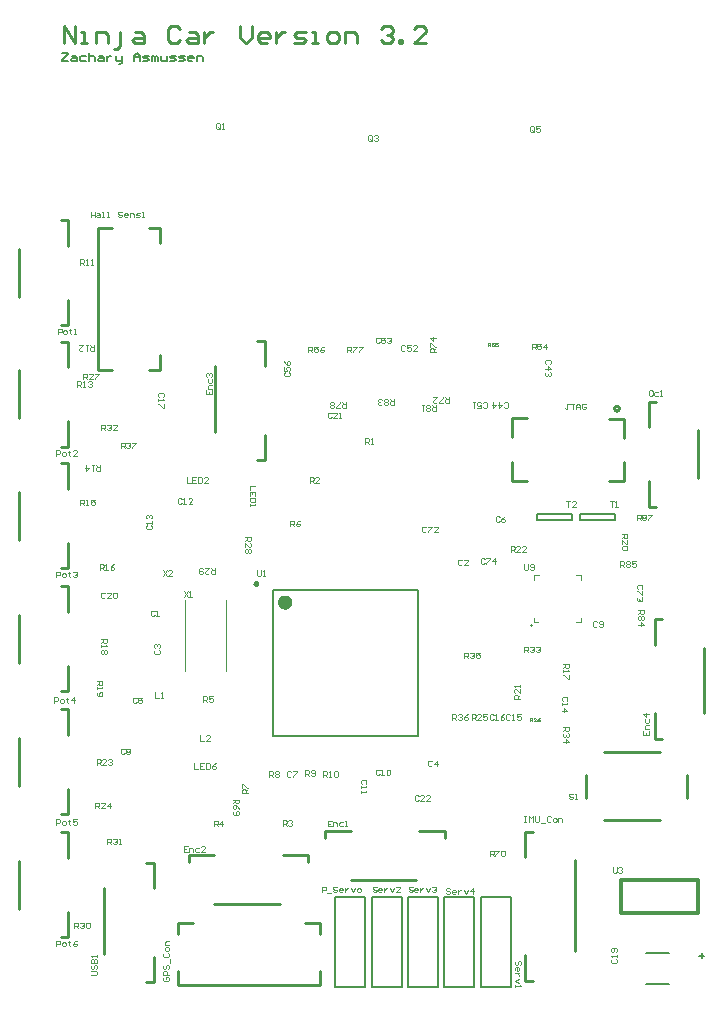
<source format=gto>
%FSTAX23Y23*%
%MOIN*%
%SFA1B1*%

%IPPOS*%
%ADD32C,0.011810*%
%ADD33C,0.009840*%
%ADD74C,0.023620*%
%ADD75C,0.010000*%
%ADD76C,0.003940*%
%ADD77C,0.007870*%
%ADD78C,0.005910*%
%ADD79C,0.005000*%
%LNninja_3_2_pcb-1*%
%LPD*%
G54D32*
X02028Y00367D02*
X02284D01*
X02028Y00255D02*
Y00367D01*
Y00255D02*
X02284D01*
Y00367*
G54D33*
X00815Y01353D02*
D01*
X00815Y01354*
X00815Y01354*
X00815Y01354*
X00815Y01355*
X00815Y01355*
X00815Y01355*
X00815Y01356*
X00814Y01356*
X00814Y01356*
X00814Y01356*
X00814Y01357*
X00814Y01357*
X00813Y01357*
X00813Y01357*
X00813Y01358*
X00812Y01358*
X00812Y01358*
X00812Y01358*
X00811Y01358*
X00811Y01358*
X00811Y01358*
X0081Y01358*
X0081*
X0081Y01358*
X00809Y01358*
X00809Y01358*
X00809Y01358*
X00808Y01358*
X00808Y01358*
X00808Y01358*
X00808Y01357*
X00807Y01357*
X00807Y01357*
X00807Y01357*
X00807Y01356*
X00806Y01356*
X00806Y01356*
X00806Y01356*
X00806Y01355*
X00806Y01355*
X00806Y01355*
X00805Y01354*
X00805Y01354*
X00805Y01354*
X00805Y01353*
X00805Y01353*
X00805Y01353*
X00805Y01352*
X00806Y01352*
X00806Y01352*
X00806Y01351*
X00806Y01351*
X00806Y01351*
X00806Y0135*
X00807Y0135*
X00807Y0135*
X00807Y0135*
X00807Y01349*
X00808Y01349*
X00808Y01349*
X00808Y01349*
X00808Y01349*
X00809Y01349*
X00809Y01349*
X00809Y01348*
X0081Y01348*
X0081Y01348*
X0081*
X00811Y01348*
X00811Y01348*
X00811Y01349*
X00812Y01349*
X00812Y01349*
X00812Y01349*
X00813Y01349*
X00813Y01349*
X00813Y01349*
X00814Y0135*
X00814Y0135*
X00814Y0135*
X00814Y0135*
X00814Y01351*
X00815Y01351*
X00815Y01351*
X00815Y01352*
X00815Y01352*
X00815Y01352*
X00815Y01353*
X00815Y01353*
X00815Y01353*
G54D74*
X00919Y01292D02*
D01*
X00919Y01293*
X00918Y01294*
X00918Y01295*
X00918Y01296*
X00918Y01296*
X00918Y01297*
X00917Y01298*
X00917Y01299*
X00916Y01299*
X00916Y013*
X00915Y013*
X00915Y01301*
X00914Y01302*
X00913Y01302*
X00913Y01302*
X00912Y01303*
X00911Y01303*
X0091Y01303*
X0091Y01304*
X00909Y01304*
X00908Y01304*
X00907Y01304*
X00906*
X00906Y01304*
X00905Y01304*
X00904Y01304*
X00903Y01303*
X00902Y01303*
X00902Y01303*
X00901Y01302*
X009Y01302*
X00899Y01302*
X00899Y01301*
X00898Y013*
X00898Y013*
X00897Y01299*
X00897Y01299*
X00896Y01298*
X00896Y01297*
X00896Y01296*
X00895Y01296*
X00895Y01295*
X00895Y01294*
X00895Y01293*
X00895Y01292*
X00895Y01291*
X00895Y01291*
X00895Y0129*
X00895Y01289*
X00896Y01288*
X00896Y01287*
X00896Y01287*
X00897Y01286*
X00897Y01285*
X00898Y01285*
X00898Y01284*
X00899Y01283*
X00899Y01283*
X009Y01282*
X00901Y01282*
X00902Y01282*
X00902Y01281*
X00903Y01281*
X00904Y01281*
X00905Y01281*
X00906Y01281*
X00906Y0128*
X00907*
X00908Y01281*
X00909Y01281*
X0091Y01281*
X0091Y01281*
X00911Y01281*
X00912Y01282*
X00913Y01282*
X00913Y01282*
X00914Y01283*
X00915Y01283*
X00915Y01284*
X00916Y01285*
X00916Y01285*
X00917Y01286*
X00917Y01287*
X00918Y01287*
X00918Y01288*
X00918Y01289*
X00918Y0129*
X00918Y01291*
X00919Y01291*
X00919Y01292*
G54D75*
X02021Y01939D02*
D01*
X02021Y01939*
X02021Y0194*
X02021Y0194*
X0202Y01941*
X0202Y01941*
X0202Y01942*
X0202Y01942*
X02019Y01943*
X02019Y01943*
X02019Y01944*
X02018Y01944*
X02018Y01945*
X02018Y01945*
X02017Y01945*
X02017Y01946*
X02016Y01946*
X02016Y01946*
X02015Y01946*
X02014Y01947*
X02014Y01947*
X02013Y01947*
X02013Y01947*
X02012*
X02012Y01947*
X02011Y01947*
X02011Y01947*
X0201Y01946*
X02009Y01946*
X02009Y01946*
X02008Y01946*
X02008Y01945*
X02007Y01945*
X02007Y01945*
X02007Y01944*
X02006Y01944*
X02006Y01943*
X02006Y01943*
X02005Y01942*
X02005Y01942*
X02005Y01941*
X02005Y01941*
X02004Y0194*
X02004Y0194*
X02004Y01939*
X02004Y01939*
X02004Y01938*
X02004Y01937*
X02004Y01937*
X02005Y01936*
X02005Y01936*
X02005Y01935*
X02005Y01935*
X02006Y01934*
X02006Y01934*
X02006Y01933*
X02007Y01933*
X02007Y01932*
X02007Y01932*
X02008Y01932*
X02008Y01931*
X02009Y01931*
X02009Y01931*
X0201Y01931*
X02011Y0193*
X02011Y0193*
X02012Y0193*
X02012Y0193*
X02013*
X02013Y0193*
X02014Y0193*
X02014Y0193*
X02015Y01931*
X02016Y01931*
X02016Y01931*
X02017Y01931*
X02017Y01932*
X02018Y01932*
X02018Y01932*
X02018Y01933*
X02019Y01933*
X02019Y01934*
X02019Y01934*
X0202Y01935*
X0202Y01935*
X0202Y01936*
X0202Y01936*
X02021Y01937*
X02021Y01937*
X02021Y01938*
X02021Y01939*
X01728Y01216D02*
X01728D01*
X0197Y00791D02*
X02157D01*
X02249Y0064D02*
Y00716D01*
X0197Y00565D02*
X02157D01*
X01911Y0064D02*
Y00715D01*
X01663Y01695D02*
X01713D01*
X01663D02*
Y01759D01*
Y01905D02*
X01713D01*
X01663Y01841D02*
Y01905D01*
X01989Y01695D02*
X02039D01*
Y01759*
Y01839D02*
Y01903D01*
X01989D02*
X02039D01*
X00185Y0248D02*
Y02565D01*
X0016D02*
X00185D01*
X0002Y0231D02*
Y0247D01*
X0016Y02215D02*
X00185D01*
Y023*
Y02075D02*
Y0216D01*
X0016D02*
X00185D01*
X0002Y01905D02*
Y02065D01*
X0016Y0181D02*
X00185D01*
Y01895*
Y0167D02*
Y01755D01*
X0016D02*
X00185D01*
X0002Y015D02*
Y0166D01*
X0016Y01405D02*
X00185D01*
Y0149*
Y0126D02*
Y01345D01*
X0016D02*
X00185D01*
X0002Y0109D02*
Y0125D01*
X0016Y00995D02*
X00185D01*
Y0108*
Y0085D02*
Y00935D01*
X0016D02*
X00185D01*
X0002Y0068D02*
Y0084D01*
X0016Y00585D02*
X00185D01*
Y0067*
Y0044D02*
Y00525D01*
X0016D02*
X00185D01*
X0002Y0027D02*
Y0043D01*
X0016Y00175D02*
X00185D01*
Y0026*
X0212Y0161D02*
Y01695D01*
Y0161D02*
X02145D01*
X02285Y01705D02*
Y01865D01*
X0212Y0196D02*
X02145D01*
X0212Y01875D02*
Y0196D01*
X00675Y0186D02*
Y02078D01*
X00815Y01765D02*
X0084D01*
Y0185*
X00815Y02164D02*
X0084D01*
Y02079D02*
Y02164D01*
X01127Y00365D02*
X01345D01*
X0144Y00505D02*
Y0053D01*
X01355D02*
X0144D01*
X01041Y00505D02*
Y0053D01*
X01126*
X02305Y00922D02*
Y0114D01*
X0214Y01235D02*
X02165D01*
X0214Y0115D02*
Y01235D01*
Y00836D02*
X02165D01*
X0214D02*
Y00921D01*
X00305Y0012D02*
Y00338D01*
X00445Y00025D02*
X0047D01*
Y0011*
X00445Y00424D02*
X0047D01*
Y00339D02*
Y00424D01*
X0049Y0249D02*
Y02538D01*
Y02065D02*
Y02115D01*
X00285Y0254D02*
X0033D01*
X00455D02*
X0049D01*
X00455Y02065D02*
X0049D01*
X00285D02*
X0033D01*
X00285D02*
Y0254D01*
X00551Y00221D02*
X006D01*
X00975D02*
X01025D01*
X0055Y00016D02*
Y00061D01*
Y00186D02*
Y00221D01*
X01025Y00186D02*
Y00221D01*
Y00016D02*
Y00061D01*
X0055Y00016D02*
X01025D01*
X01709Y0003D02*
Y00115D01*
Y0003D02*
X01734D01*
X01709Y00442D02*
Y00527D01*
X01734*
X01874Y00128D02*
Y00432D01*
X00672Y00285D02*
X0089D01*
X00985Y00425D02*
Y0045D01*
X009D02*
X00985D01*
X00586Y00425D02*
Y0045D01*
X00671*
X0017Y03155D02*
Y03214D01*
X00209Y03155*
Y03214*
X00229Y03155D02*
X00249D01*
X00239*
Y03194*
X00229*
X00279Y03155D02*
Y03194D01*
X00309*
X00319Y03184*
Y03155*
X00339Y03135D02*
X00349D01*
X00359Y03145*
Y03194*
X00409D02*
X00429D01*
X00439Y03184*
Y03155*
X00409*
X00399Y03165*
X00409Y03174*
X00439*
X00559Y03204D02*
X00549Y03214D01*
X00529*
X00519Y03204*
Y03165*
X00529Y03155*
X00549*
X00559Y03165*
X00589Y03194D02*
X00609D01*
X00619Y03184*
Y03155*
X00589*
X00579Y03165*
X00589Y03174*
X00619*
X00639Y03194D02*
Y03155D01*
Y03174*
X00649Y03184*
X00659Y03194*
X00669*
X00759Y03214D02*
Y03174D01*
X00779Y03155*
X00799Y03174*
Y03214*
X00849Y03155D02*
X00829D01*
X00819Y03165*
Y03184*
X00829Y03194*
X00849*
X00859Y03184*
Y03174*
X00819*
X00879Y03194D02*
Y03155D01*
Y03174*
X00889Y03184*
X00899Y03194*
X00909*
X00939Y03155D02*
X00969D01*
X00979Y03165*
X00969Y03174*
X00949*
X00939Y03184*
X00949Y03194*
X00979*
X00999Y03155D02*
X01019D01*
X01009*
Y03194*
X00999*
X01059Y03155D02*
X01079D01*
X01089Y03165*
Y03184*
X01079Y03194*
X01059*
X01049Y03184*
Y03165*
X01059Y03155*
X01109D02*
Y03194D01*
X01139*
X01149Y03184*
Y03155*
X01229Y03204D02*
X01239Y03214D01*
X01259*
X01269Y03204*
Y03194*
X01259Y03184*
X01249*
X01259*
X01269Y03174*
Y03165*
X01259Y03155*
X01239*
X01229Y03165*
X01289Y03155D02*
Y03165D01*
X01299*
Y03155*
X01289*
X01379D02*
X01339D01*
X01379Y03194*
Y03204*
X01369Y03214*
X01349*
X01339Y03204*
G54D76*
X00573Y01062D02*
Y01298D01*
X00711Y01061D02*
Y01298D01*
X01737Y01367D02*
Y01382D01*
X01753*
X01879D02*
X01895D01*
Y01366D02*
Y01382D01*
Y01225D02*
Y0124D01*
X01879Y01225D02*
X01895D01*
X01737D02*
Y0124D01*
X01737Y01225D02*
X01752D01*
X0208Y01565D02*
Y01584D01*
X02089*
X02093Y01581*
Y01574*
X02089Y01571*
X0208*
X02086D02*
X02093Y01565D01*
X02099Y01581D02*
X02102Y01584D01*
X02109*
X02112Y01581*
Y01578*
X02109Y01574*
X02112Y01571*
Y01568*
X02109Y01565*
X02102*
X02099Y01568*
Y01571*
X02102Y01574*
X02099Y01578*
Y01581*
X02102Y01574D02*
X02109D01*
X02119Y01584D02*
X02132D01*
Y01581*
X02119Y01568*
Y01565*
X0166Y0146D02*
Y01479D01*
X01669*
X01673Y01476*
Y01469*
X01669Y01466*
X0166*
X01666D02*
X01673Y0146D01*
X01692D02*
X01679D01*
X01692Y01473*
Y01476*
X01689Y01479*
X01682*
X01679Y01476*
X01712Y0146D02*
X01699D01*
X01712Y01473*
Y01476*
X01709Y01479*
X01702*
X01699Y01476*
X0203Y0152D02*
X02049D01*
Y0151*
X02046Y01506*
X02039*
X02036Y0151*
Y0152*
Y01513D02*
X0203Y01506D01*
Y01487D02*
Y015D01*
X02043Y01487*
X02046*
X02049Y0149*
Y01497*
X02046Y015*
Y0148D02*
X02049Y01477D01*
Y0147*
X02046Y01467*
X02033*
X0203Y0147*
Y01477*
X02033Y0148*
X02046*
X005Y01399D02*
X00513Y0138D01*
Y01399D02*
X005Y0138D01*
X00532D02*
X00519D01*
X00532Y01393*
Y01396*
X00529Y01399*
X00522*
X00519Y01396*
X0057Y01329D02*
X00583Y0131D01*
Y01329D02*
X0057Y0131D01*
X00589D02*
X00596D01*
X00592*
Y01329*
X00589Y01326*
X01705Y01419D02*
Y01403D01*
X01708Y014*
X01714*
X01718Y01403*
Y01419*
X01724Y01403D02*
X01727Y014D01*
X01734*
X01737Y01403*
Y01416*
X01734Y01419*
X01727*
X01724Y01416*
Y01413*
X01727Y01409*
X01737*
X02Y00409D02*
Y00393D01*
X02003Y0039*
X02009*
X02013Y00393*
Y00409*
X02019Y00406D02*
X02022Y00409D01*
X02029*
X02032Y00406*
Y00403*
X02029Y00399*
X02026*
X02029*
X02032Y00396*
Y00393*
X02029Y0039*
X02022*
X02019Y00393*
X00815Y01399D02*
Y01383D01*
X00818Y0138*
X00824*
X00828Y01383*
Y01399*
X00834Y0138D02*
X00841D01*
X00837*
Y01399*
X00834Y01396*
X01845Y01629D02*
X01858D01*
X01851*
Y0161*
X01877D02*
X01864D01*
X01877Y01623*
Y01626*
X01874Y01629*
X01867*
X01864Y01626*
X0199Y01629D02*
X02003D01*
X01996*
Y0161*
X02009D02*
X02016D01*
X02012*
Y01629*
X02009Y01626*
X01868Y00651D02*
X01864Y00654D01*
X01858*
X01855Y00651*
Y00648*
X01858Y00644*
X01864*
X01868Y00641*
Y00638*
X01864Y00635*
X01858*
X01855Y00638*
X01874Y00635D02*
X01881D01*
X01877*
Y00654*
X01874Y00651*
X02025Y0141D02*
Y01429D01*
X02034*
X02038Y01426*
Y01419*
X02034Y01416*
X02025*
X02031D02*
X02038Y0141D01*
X02044Y01426D02*
X02047Y01429D01*
X02054*
X02057Y01426*
Y01423*
X02054Y01419*
X02057Y01416*
Y01413*
X02054Y0141*
X02047*
X02044Y01413*
Y01416*
X02047Y01419*
X02044Y01423*
Y01426*
X02047Y01419D02*
X02054D01*
X02077Y01429D02*
X02064D01*
Y01419*
X0207Y01423*
X02074*
X02077Y01419*
Y01413*
X02074Y0141*
X02067*
X02064Y01413*
X02085Y01265D02*
X02104D01*
Y01255*
X02101Y01251*
X02094*
X02091Y01255*
Y01265*
Y01258D02*
X02085Y01251D01*
X02101Y01245D02*
X02104Y01242D01*
Y01235*
X02101Y01232*
X02098*
X02094Y01235*
X02091Y01232*
X02088*
X02085Y01235*
Y01242*
X02088Y01245*
X02091*
X02094Y01242*
X02098Y01245*
X02101*
X02094Y01242D02*
Y01235D01*
X02085Y01215D02*
X02104D01*
X02094Y01225*
Y01212*
X0127Y0197D02*
Y0195D01*
X0126*
X01256Y01953*
Y0196*
X0126Y01963*
X0127*
X01263D02*
X01256Y0197D01*
X0125Y01953D02*
X01247Y0195D01*
X0124*
X01237Y01953*
Y01956*
X0124Y0196*
X01237Y01963*
Y01966*
X0124Y0197*
X01247*
X0125Y01966*
Y01963*
X01247Y0196*
X0125Y01956*
Y01953*
X01247Y0196D02*
X0124D01*
X0123Y01953D02*
X01227Y0195D01*
X0122*
X01217Y01953*
Y01956*
X0122Y0196*
X01224*
X0122*
X01217Y01963*
Y01966*
X0122Y0197*
X01227*
X0123Y01966*
X0141Y0195D02*
Y0193D01*
X014*
X01396Y01933*
Y0194*
X014Y01943*
X0141*
X01403D02*
X01396Y0195D01*
X0139Y01933D02*
X01387Y0193D01*
X0138*
X01377Y01933*
Y01936*
X0138Y0194*
X01377Y01943*
Y01946*
X0138Y0195*
X01387*
X0139Y01946*
Y01943*
X01387Y0194*
X0139Y01936*
Y01933*
X01387Y0194D02*
X0138D01*
X0137Y0195D02*
X01364D01*
X01367*
Y0193*
X0137Y01933*
X0111Y0196D02*
Y0194D01*
X011*
X01096Y01943*
Y0195*
X011Y01953*
X0111*
X01103D02*
X01096Y0196D01*
X0109Y0194D02*
X01077D01*
Y01943*
X0109Y01956*
Y0196*
X0107Y01943D02*
X01067Y0194D01*
X0106*
X01057Y01943*
Y01946*
X0106Y0195*
X01057Y01953*
Y01956*
X0106Y0196*
X01067*
X0107Y01956*
Y01953*
X01067Y0195*
X0107Y01946*
Y01943*
X01067Y0195D02*
X0106D01*
X01115Y02125D02*
Y02144D01*
X01124*
X01128Y02141*
Y02134*
X01124Y02131*
X01115*
X01121D02*
X01128Y02125D01*
X01134Y02144D02*
X01147D01*
Y02141*
X01134Y02128*
Y02125*
X01154Y02144D02*
X01167D01*
Y02141*
X01154Y02128*
Y02125*
X0141D02*
X0139D01*
Y02134*
X01393Y02138*
X014*
X01403Y02134*
Y02125*
Y02131D02*
X0141Y02138D01*
X0139Y02144D02*
Y02157D01*
X01393*
X01406Y02144*
X0141*
Y02174D02*
X0139D01*
X014Y02164*
Y02177*
X01455Y01975D02*
Y01955D01*
X01445*
X01441Y01958*
Y01965*
X01445Y01968*
X01455*
X01448D02*
X01441Y01975D01*
X01435Y01955D02*
X01422D01*
Y01958*
X01435Y01971*
Y01975*
X01402D02*
X01415D01*
X01402Y01961*
Y01958*
X01405Y01955*
X01412*
X01415Y01958*
X0159Y00445D02*
Y00464D01*
X01599*
X01603Y00461*
Y00454*
X01599Y00451*
X0159*
X01596D02*
X01603Y00445D01*
X01609Y00464D02*
X01622D01*
Y00461*
X01609Y00448*
Y00445*
X01629Y00461D02*
X01632Y00464D01*
X01639*
X01642Y00461*
Y00448*
X01639Y00445*
X01632*
X01629Y00448*
Y00461*
X00735Y00634D02*
X00755D01*
Y00625*
X00751Y00621*
X00745*
X00742Y00625*
Y00634*
Y00628D02*
X00735Y00621D01*
X00755Y00602D02*
X00751Y00608D01*
X00745Y00615*
X00738*
X00735Y00611*
Y00605*
X00738Y00602*
X00742*
X00745Y00605*
Y00615*
X00738Y00595D02*
X00735Y00592D01*
Y00585*
X00738Y00582*
X00751*
X00755Y00585*
Y00592*
X00751Y00595*
X00748*
X00745Y00592*
Y00582*
X00985Y02125D02*
Y02144D01*
X00994*
X00998Y02141*
Y02134*
X00994Y02131*
X00985*
X00991D02*
X00998Y02125D01*
X01017Y02144D02*
X01004D01*
Y02134*
X01011Y02138*
X01014*
X01017Y02134*
Y02128*
X01014Y02125*
X01007*
X01004Y02128*
X01037Y02144D02*
X0103Y02141D01*
X01024Y02134*
Y02128*
X01027Y02125*
X01034*
X01037Y02128*
Y02131*
X01034Y02134*
X01024*
X01585Y02145D02*
Y02156D01*
X0159*
X01592Y02154*
Y0215*
X0159Y02148*
X01585*
X01588D02*
X01592Y02145D01*
X01604Y02156D02*
X01596D01*
Y0215*
X016Y02152*
X01602*
X01604Y0215*
Y02146*
X01602Y02145*
X01598*
X01596Y02146*
X01616Y02156D02*
X01608D01*
Y0215*
X01612Y02152*
X01614*
X01616Y0215*
Y02146*
X01614Y02145*
X0161*
X01608Y02146*
X0173Y02135D02*
Y02154D01*
X01739*
X01743Y02151*
Y02144*
X01739Y02141*
X0173*
X01736D02*
X01743Y02135D01*
X01762Y02154D02*
X01749D01*
Y02144*
X01756Y02148*
X01759*
X01762Y02144*
Y02138*
X01759Y02135*
X01752*
X01749Y02138*
X01779Y02135D02*
Y02154D01*
X01769Y02144*
X01782*
X0036Y01805D02*
Y01824D01*
X00369*
X00373Y01821*
Y01814*
X00369Y01811*
X0036*
X00366D02*
X00373Y01805D01*
X00379Y01821D02*
X00382Y01824D01*
X00389*
X00392Y01821*
Y01818*
X00389Y01814*
X00386*
X00389*
X00392Y01811*
Y01808*
X00389Y01805*
X00382*
X00379Y01808*
X00399Y01824D02*
X00412D01*
Y01821*
X00399Y01808*
Y01805*
X01465Y009D02*
Y00919D01*
X01474*
X01478Y00916*
Y00909*
X01474Y00906*
X01465*
X01471D02*
X01478Y009D01*
X01484Y00916D02*
X01487Y00919D01*
X01494*
X01497Y00916*
Y00913*
X01494Y00909*
X01491*
X01494*
X01497Y00906*
Y00903*
X01494Y009*
X01487*
X01484Y00903*
X01517Y00919D02*
X0151Y00916D01*
X01504Y00909*
Y00903*
X01507Y009*
X01514*
X01517Y00903*
Y00906*
X01514Y00909*
X01504*
X01505Y01105D02*
Y01124D01*
X01514*
X01518Y01121*
Y01114*
X01514Y01111*
X01505*
X01511D02*
X01518Y01105D01*
X01524Y01121D02*
X01527Y01124D01*
X01534*
X01537Y01121*
Y01118*
X01534Y01114*
X01531*
X01534*
X01537Y01111*
Y01108*
X01534Y01105*
X01527*
X01524Y01108*
X01557Y01124D02*
X01544D01*
Y01114*
X0155Y01118*
X01554*
X01557Y01114*
Y01108*
X01554Y01105*
X01547*
X01544Y01108*
X01835Y00875D02*
X01854D01*
Y00865*
X01851Y00861*
X01844*
X01841Y00865*
Y00875*
Y00868D02*
X01835Y00861D01*
X01851Y00855D02*
X01854Y00852D01*
Y00845*
X01851Y00842*
X01848*
X01844Y00845*
Y00848*
Y00845*
X01841Y00842*
X01838*
X01835Y00845*
Y00852*
X01838Y00855*
X01835Y00825D02*
X01854D01*
X01844Y00835*
Y00822*
X01705Y01125D02*
Y01144D01*
X01714*
X01718Y01141*
Y01134*
X01714Y01131*
X01705*
X01711D02*
X01718Y01125D01*
X01724Y01141D02*
X01727Y01144D01*
X01734*
X01737Y01141*
Y01138*
X01734Y01134*
X01731*
X01734*
X01737Y01131*
Y01128*
X01734Y01125*
X01727*
X01724Y01128*
X01744Y01141D02*
X01747Y01144D01*
X01754*
X01757Y01141*
Y01138*
X01754Y01134*
X0175*
X01754*
X01757Y01131*
Y01128*
X01754Y01125*
X01747*
X01744Y01128*
X00295Y01865D02*
Y01884D01*
X00304*
X00308Y01881*
Y01874*
X00304Y01871*
X00295*
X00301D02*
X00308Y01865D01*
X00314Y01881D02*
X00317Y01884D01*
X00324*
X00327Y01881*
Y01878*
X00324Y01874*
X00321*
X00324*
X00327Y01871*
Y01868*
X00324Y01865*
X00317*
X00314Y01868*
X00347Y01865D02*
X00334D01*
X00347Y01878*
Y01881*
X00344Y01884*
X00337*
X00334Y01881*
X00315Y00485D02*
Y00504D01*
X00324*
X00328Y00501*
Y00494*
X00324Y00491*
X00315*
X00321D02*
X00328Y00485D01*
X00334Y00501D02*
X00337Y00504D01*
X00344*
X00347Y00501*
Y00498*
X00344Y00494*
X00341*
X00344*
X00347Y00491*
Y00488*
X00344Y00485*
X00337*
X00334Y00488*
X00354Y00485D02*
X0036D01*
X00357*
Y00504*
X00354Y00501*
X00205Y00205D02*
Y00224D01*
X00214*
X00218Y00221*
Y00214*
X00214Y00211*
X00205*
X00211D02*
X00218Y00205D01*
X00224Y00221D02*
X00227Y00224D01*
X00234*
X00237Y00221*
Y00218*
X00234Y00214*
X00231*
X00234*
X00237Y00211*
Y00208*
X00234Y00205*
X00227*
X00224Y00208*
X00244Y00221D02*
X00247Y00224D01*
X00254*
X00257Y00221*
Y00208*
X00254Y00205*
X00247*
X00244Y00208*
Y00221*
X00675Y01405D02*
Y01385D01*
X00665*
X00661Y01388*
Y01395*
X00665Y01398*
X00675*
X00668D02*
X00661Y01405D01*
X00642D02*
X00655D01*
X00642Y01391*
Y01388*
X00645Y01385*
X00652*
X00655Y01388*
X00635Y01401D02*
X00632Y01405D01*
X00625*
X00622Y01401*
Y01388*
X00625Y01385*
X00632*
X00635Y01388*
Y01391*
X00632Y01395*
X00622*
X00775Y0151D02*
X00794D01*
Y015*
X00791Y01496*
X00784*
X00781Y015*
Y0151*
Y01503D02*
X00775Y01496D01*
Y01477D02*
Y0149D01*
X00788Y01477*
X00791*
X00794Y0148*
Y01487*
X00791Y0149*
Y0147D02*
X00794Y01467D01*
Y0146*
X00791Y01457*
X00788*
X00784Y0146*
X00781Y01457*
X00778*
X00775Y0146*
Y01467*
X00778Y0147*
X00781*
X00784Y01467*
X00788Y0147*
X00791*
X00784Y01467D02*
Y0146D01*
X00235Y02035D02*
Y02054D01*
X00244*
X00248Y02051*
Y02044*
X00244Y02041*
X00235*
X00241D02*
X00248Y02035D01*
X00267D02*
X00254D01*
X00267Y02048*
Y02051*
X00264Y02054*
X00257*
X00254Y02051*
X00274Y02054D02*
X00287D01*
Y02051*
X00274Y02038*
Y02035*
X01725Y00895D02*
Y00906D01*
X0173*
X01732Y00904*
Y009*
X0173Y00898*
X01725*
X01728D02*
X01732Y00895D01*
X01744D02*
X01736D01*
X01744Y00902*
Y00904*
X01742Y00906*
X01738*
X01736Y00904*
X01756Y00906D02*
X01752Y00904D01*
X01748Y009*
Y00896*
X0175Y00895*
X01754*
X01756Y00896*
Y00898*
X01754Y009*
X01748*
X0153Y009D02*
Y00919D01*
X01539*
X01543Y00916*
Y00909*
X01539Y00906*
X0153*
X01536D02*
X01543Y009D01*
X01562D02*
X01549D01*
X01562Y00913*
Y00916*
X01559Y00919*
X01552*
X01549Y00916*
X01582Y00919D02*
X01569D01*
Y00909*
X01575Y00913*
X01579*
X01582Y00909*
Y00903*
X01579Y009*
X01572*
X01569Y00903*
X00275Y00605D02*
Y00624D01*
X00284*
X00288Y00621*
Y00614*
X00284Y00611*
X00275*
X00281D02*
X00288Y00605D01*
X00307D02*
X00294D01*
X00307Y00618*
Y00621*
X00304Y00624*
X00297*
X00294Y00621*
X00324Y00605D02*
Y00624D01*
X00314Y00614*
X00327*
X0028Y0075D02*
Y00769D01*
X00289*
X00293Y00766*
Y00759*
X00289Y00756*
X0028*
X00286D02*
X00293Y0075D01*
X00312D02*
X00299D01*
X00312Y00763*
Y00766*
X00309Y00769*
X00302*
X00299Y00766*
X00319D02*
X00322Y00769D01*
X00329*
X00332Y00766*
Y00763*
X00329Y00759*
X00325*
X00329*
X00332Y00756*
Y00753*
X00329Y0075*
X00322*
X00319Y00753*
X0169Y0097D02*
X0167D01*
Y00979*
X01673Y00983*
X0168*
X01683Y00979*
Y0097*
Y00976D02*
X0169Y00983D01*
Y01002D02*
Y00989D01*
X01676Y01002*
X01673*
X0167Y00999*
Y00992*
X01673Y00989*
X0169Y01009D02*
Y01015D01*
Y01012*
X0167*
X01673Y01009*
X0028Y0103D02*
X00299D01*
Y0102*
X00296Y01016*
X00289*
X00286Y0102*
Y0103*
Y01023D02*
X0028Y01016D01*
Y0101D02*
Y01003D01*
Y01007*
X00299*
X00296Y0101*
X00283Y00993D02*
X0028Y0099D01*
Y00984*
X00283Y0098*
X00296*
X00299Y00984*
Y0099*
X00296Y00993*
X00293*
X00289Y0099*
Y0098*
X00295Y0117D02*
X00314D01*
Y0116*
X00311Y01156*
X00304*
X00301Y0116*
Y0117*
Y01163D02*
X00295Y01156D01*
Y0115D02*
Y01143D01*
Y01147*
X00314*
X00311Y0115*
Y01133D02*
X00314Y0113D01*
Y01124*
X00311Y0112*
X00308*
X00304Y01124*
X00301Y0112*
X00298*
X00295Y01124*
Y0113*
X00298Y01133*
X00301*
X00304Y0113*
X00308Y01133*
X00311*
X00304Y0113D02*
Y01124D01*
X01835Y01085D02*
X01854D01*
Y01075*
X01851Y01071*
X01844*
X01841Y01075*
Y01085*
Y01078D02*
X01835Y01071D01*
Y01065D02*
Y01058D01*
Y01062*
X01854*
X01851Y01065*
X01854Y01048D02*
Y01035D01*
X01851*
X01838Y01048*
X01835*
X0029Y014D02*
Y01419D01*
X00299*
X00303Y01416*
Y01409*
X00299Y01406*
X0029*
X00296D02*
X00303Y014D01*
X00309D02*
X00316D01*
X00312*
Y01419*
X00309Y01416*
X00339Y01419D02*
X00332Y01416D01*
X00326Y01409*
Y01403*
X00329Y014*
X00335*
X00339Y01403*
Y01406*
X00335Y01409*
X00326*
X00225Y01615D02*
Y01634D01*
X00234*
X00238Y01631*
Y01624*
X00234Y01621*
X00225*
X00231D02*
X00238Y01615D01*
X00244D02*
X00251D01*
X00247*
Y01634*
X00244Y01631*
X00274Y01634D02*
X00261D01*
Y01624*
X00267Y01628*
X0027*
X00274Y01624*
Y01618*
X0027Y01615*
X00264*
X00261Y01618*
X0029Y0175D02*
Y0173D01*
X0028*
X00276Y01733*
Y0174*
X0028Y01743*
X0029*
X00283D02*
X00276Y0175D01*
X0027D02*
X00263D01*
X00267*
Y0173*
X0027Y01733*
X00244Y0175D02*
Y0173D01*
X00253Y0174*
X0024*
X00215Y0201D02*
Y02029D01*
X00224*
X00228Y02026*
Y02019*
X00224Y02016*
X00215*
X00221D02*
X00228Y0201D01*
X00234D02*
X00241D01*
X00237*
Y02029*
X00234Y02026*
X00251D02*
X00254Y02029D01*
X0026*
X00264Y02026*
Y02023*
X0026Y02019*
X00257*
X0026*
X00264Y02016*
Y02013*
X0026Y0201*
X00254*
X00251Y02013*
X0027Y0215D02*
Y0213D01*
X0026*
X00256Y02133*
Y0214*
X0026Y02143*
X0027*
X00263D02*
X00256Y0215D01*
X0025D02*
X00243D01*
X00247*
Y0213*
X0025Y02133*
X0022Y0215D02*
X00233D01*
X0022Y02136*
Y02133*
X00224Y0213*
X0023*
X00233Y02133*
X00225Y02415D02*
Y02435D01*
X00234*
X00238Y02432*
Y02425*
X00234Y02422*
X00225*
X00231D02*
X00238Y02415D01*
X00244D02*
X00251D01*
X00247*
Y02435*
X00244Y02432*
X00261Y02415D02*
X00267D01*
X00264*
Y02435*
X00261Y02432*
X01035Y0071D02*
Y00729D01*
X01044*
X01048Y00726*
Y00719*
X01044Y00716*
X01035*
X01041D02*
X01048Y0071D01*
X01054D02*
X01061D01*
X01057*
Y00729*
X01054Y00726*
X01071D02*
X01074Y00729D01*
X0108*
X01084Y00726*
Y00713*
X0108Y0071*
X01074*
X01071Y00713*
Y00726*
X00975Y00712D02*
Y00731D01*
X00984*
X00988Y00728*
Y00721*
X00984Y00718*
X00975*
X00981D02*
X00988Y00712D01*
X00994Y00715D02*
X00997Y00712D01*
X01004*
X01007Y00715*
Y00728*
X01004Y00731*
X00997*
X00994Y00728*
Y00725*
X00997Y00721*
X01007*
X00855Y0071D02*
Y00729D01*
X00864*
X00868Y00726*
Y00719*
X00864Y00716*
X00855*
X00861D02*
X00868Y0071D01*
X00874Y00726D02*
X00877Y00729D01*
X00884*
X00887Y00726*
Y00723*
X00884Y00719*
X00887Y00716*
Y00713*
X00884Y0071*
X00877*
X00874Y00713*
Y00716*
X00877Y00719*
X00874Y00723*
Y00726*
X00877Y00719D02*
X00884D01*
X00784Y00655D02*
X00764D01*
Y00664*
X00767Y00668*
X00774*
X00777Y00664*
Y00655*
Y00661D02*
X00784Y00668D01*
X00764Y00674D02*
Y00687D01*
X00767*
X00781Y00674*
X00784*
X00925Y01545D02*
Y01564D01*
X00934*
X00938Y01561*
Y01554*
X00934Y01551*
X00925*
X00931D02*
X00938Y01545D01*
X00957Y01564D02*
X00951Y01561D01*
X00944Y01554*
Y01548*
X00947Y01545*
X00954*
X00957Y01548*
Y01551*
X00954Y01554*
X00944*
X00635Y0096D02*
Y00979D01*
X00644*
X00648Y00976*
Y00969*
X00644Y00966*
X00635*
X00641D02*
X00648Y0096D01*
X00667Y00979D02*
X00654D01*
Y00969*
X00661Y00973*
X00664*
X00667Y00969*
Y00963*
X00664Y0096*
X00657*
X00654Y00963*
X0067Y00545D02*
Y00564D01*
X00679*
X00683Y00561*
Y00554*
X00679Y00551*
X0067*
X00676D02*
X00683Y00545D01*
X00699D02*
Y00564D01*
X00689Y00554*
X00702*
X009Y00545D02*
Y00565D01*
X00909*
X00913Y00562*
Y00555*
X00909Y00552*
X009*
X00906D02*
X00913Y00545D01*
X00919Y00562D02*
X00922Y00565D01*
X00929*
X00932Y00562*
Y00558*
X00929Y00555*
X00926*
X00929*
X00932Y00552*
Y00548*
X00929Y00545*
X00922*
X00919Y00548*
X0099Y0169D02*
Y01709D01*
X00999*
X01003Y01706*
Y01699*
X00999Y01696*
X0099*
X00996D02*
X01003Y0169D01*
X01022D02*
X01009D01*
X01022Y01703*
Y01706*
X01019Y01709*
X01012*
X01009Y01706*
X01175Y0182D02*
Y01839D01*
X01184*
X01188Y01836*
Y01829*
X01184Y01826*
X01175*
X01181D02*
X01188Y0182D01*
X01194D02*
X01201D01*
X01197*
Y01839*
X01194Y01836*
X01738Y02863D02*
Y02876D01*
X01734Y02879*
X01728*
X01725Y02876*
Y02863*
X01728Y0286*
X01734*
X01731Y02866D02*
X01738Y0286D01*
X01734D02*
X01738Y02863D01*
X01757Y02879D02*
X01744D01*
Y02869*
X01751Y02873*
X01754*
X01757Y02869*
Y02863*
X01754Y0286*
X01747*
X01744Y02863*
X01198Y02833D02*
Y02846D01*
X01194Y02849*
X01188*
X01185Y02846*
Y02833*
X01188Y0283*
X01194*
X01191Y02836D02*
X01198Y0283D01*
X01194D02*
X01198Y02833D01*
X01204Y02846D02*
X01207Y02849D01*
X01214*
X01217Y02846*
Y02843*
X01214Y02839*
X01211*
X01214*
X01217Y02836*
Y02833*
X01214Y0283*
X01207*
X01204Y02833*
X00691Y02872D02*
Y02885D01*
X00687Y02888*
X00681*
X00678Y02885*
Y02872*
X00681Y02869*
X00687*
X00684Y02875D02*
X00691Y02869D01*
X00687D02*
X00691Y02872D01*
X00697Y02869D02*
X00704D01*
X007*
Y02888*
X00697Y02885*
X00605Y00756D02*
Y00737D01*
X00618*
X00637Y00756D02*
X00624D01*
Y00737*
X00637*
X00624Y00746D02*
X00631D01*
X00644Y00756D02*
Y00737D01*
X00654*
X00657Y0074*
Y00753*
X00654Y00756*
X00644*
X00677D02*
X0067Y00753D01*
X00664Y00746*
Y0074*
X00667Y00737*
X00673*
X00677Y0074*
Y00743*
X00673Y00746*
X00664*
X0058Y01709D02*
Y0169D01*
X00593*
X00612Y01709D02*
X00599D01*
Y0169*
X00612*
X00599Y01699D02*
X00606D01*
X00619Y01709D02*
Y0169D01*
X00629*
X00632Y01693*
Y01706*
X00629Y01709*
X00619*
X00652Y0169D02*
X00639D01*
X00652Y01703*
Y01706*
X00648Y01709*
X00642*
X00639Y01706*
X00809Y0168D02*
X0079D01*
Y01666*
X00809Y01647D02*
Y0166D01*
X0079*
Y01647*
X00799Y0166D02*
Y01653D01*
X00809Y0164D02*
X0079D01*
Y0163*
X00793Y01627*
X00806*
X00809Y0163*
Y0164*
X0079Y0162D02*
Y01614D01*
Y01617*
X00809*
X00806Y0162*
X00625Y00849D02*
Y0083D01*
X00638*
X00657D02*
X00644D01*
X00657Y00843*
Y00846*
X00654Y00849*
X00647*
X00644Y00846*
X00475Y00991D02*
Y00972D01*
X00488*
X00494D02*
X00501D01*
X00497*
Y00991*
X00494Y00988*
X01705Y00579D02*
X01711D01*
X01708*
Y0056*
X01705*
X01711*
X01721D02*
Y00579D01*
X01727Y00573*
X01734Y00579*
Y0056*
X01741Y00579D02*
Y00563D01*
X01744Y0056*
X0175*
X01754Y00563*
Y00579*
X0176Y00556D02*
X01773D01*
X01793Y00576D02*
X0179Y00579D01*
X01783*
X0178Y00576*
Y00563*
X01783Y0056*
X0179*
X01793Y00563*
X01803Y0056D02*
X01809D01*
X01813Y00563*
Y00569*
X01809Y00573*
X01803*
X018Y00569*
Y00563*
X01803Y0056*
X01819D02*
Y00573D01*
X01829*
X01832Y00569*
Y0056*
X00503Y00043D02*
X005Y00039D01*
Y00033*
X00503Y0003*
X00516*
X0052Y00033*
Y00039*
X00516Y00043*
X0051*
Y00036*
X0052Y00049D02*
X005D01*
Y00059*
X00503Y00062*
X0051*
X00513Y00059*
Y00049*
X00503Y00082D02*
X005Y00079D01*
Y00072*
X00503Y00069*
X00506*
X0051Y00072*
Y00079*
X00513Y00082*
X00516*
X0052Y00079*
Y00072*
X00516Y00069*
X00523Y00089D02*
Y00102D01*
X00503Y00121D02*
X005Y00118D01*
Y00111*
X00503Y00108*
X00516*
X0052Y00111*
Y00118*
X00516Y00121*
X0052Y00131D02*
Y00138D01*
X00516Y00141*
X0051*
X00506Y00138*
Y00131*
X0051Y00128*
X00516*
X0052Y00131*
Y00148D02*
X00506D01*
Y00157*
X0051Y00161*
X0052*
X0026Y0005D02*
X00276D01*
X0028Y00053*
Y00059*
X00276Y00063*
X0026*
X00263Y00082D02*
X0026Y00079D01*
Y00072*
X00263Y00069*
X00266*
X0027Y00072*
Y00079*
X00273Y00082*
X00276*
X0028Y00079*
Y00072*
X00276Y00069*
X0026Y00089D02*
X0028D01*
Y00099*
X00276Y00102*
X00273*
X0027Y00099*
Y00089*
Y00099*
X00266Y00102*
X00263*
X0026Y00099*
Y00089*
X0028Y00109D02*
Y00115D01*
Y00112*
X0026*
X00263Y00109*
X0026Y02594D02*
Y02575D01*
Y02584*
X00273*
Y02594*
Y02575*
X00282Y02588D02*
X00289D01*
X00292Y02584*
Y02575*
X00282*
X00279Y02578*
X00282Y02581*
X00292*
X00299Y02575D02*
X00305D01*
X00302*
Y02594*
X00299*
X00315Y02575D02*
X00322D01*
X00319*
Y02594*
X00315*
X00364Y02591D02*
X00361Y02594D01*
X00355*
X00351Y02591*
Y02588*
X00355Y02584*
X00361*
X00364Y02581*
Y02578*
X00361Y02575*
X00355*
X00351Y02578*
X00381Y02575D02*
X00374D01*
X00371Y02578*
Y02584*
X00374Y02588*
X00381*
X00384Y02584*
Y02581*
X00371*
X00391Y02575D02*
Y02588D01*
X00401*
X00404Y02584*
Y02575*
X0041D02*
X0042D01*
X00423Y02578*
X0042Y02581*
X00414*
X0041Y02584*
X00414Y02588*
X00423*
X0043Y02575D02*
X00437D01*
X00433*
Y02594*
X0043Y02591*
X02129Y01999D02*
X02123D01*
X0212Y01996*
Y01983*
X02123Y0198*
X02129*
X02133Y01983*
Y01996*
X02129Y01999*
X02152Y01993D02*
X02142D01*
X02139Y01989*
Y01983*
X02142Y0198*
X02152*
X02159D02*
X02165D01*
X02162*
Y01999*
X02159Y01996*
X00145Y00145D02*
Y00164D01*
X00154*
X00158Y00161*
Y00154*
X00154Y00151*
X00145*
X00167Y00145D02*
X00174D01*
X00177Y00148*
Y00154*
X00174Y00158*
X00167*
X00164Y00154*
Y00148*
X00167Y00145*
X00187Y00161D02*
Y00158D01*
X00184*
X0019*
X00187*
Y00148*
X0019Y00145*
X00213Y00164D02*
X00207Y00161D01*
X002Y00154*
Y00148*
X00204Y00145*
X0021*
X00213Y00148*
Y00151*
X0021Y00154*
X002*
X01458Y00336D02*
X01454Y00339D01*
X01448*
X01445Y00336*
Y00333*
X01448Y00329*
X01454*
X01458Y00326*
Y00323*
X01454Y0032*
X01448*
X01445Y00323*
X01474Y0032D02*
X01467D01*
X01464Y00323*
Y00329*
X01467Y00333*
X01474*
X01477Y00329*
Y00326*
X01464*
X01484Y00333D02*
Y0032D01*
Y00326*
X01487Y00329*
X0149Y00333*
X01494*
X01504D02*
X0151Y0032D01*
X01517Y00333*
X01533Y0032D02*
Y00339D01*
X01523Y00329*
X01536*
X01333Y00341D02*
X01329Y00344D01*
X01323*
X0132Y00341*
Y00338*
X01323Y00334*
X01329*
X01333Y00331*
Y00328*
X01329Y00325*
X01323*
X0132Y00328*
X01349Y00325D02*
X01342D01*
X01339Y00328*
Y00334*
X01342Y00338*
X01349*
X01352Y00334*
Y00331*
X01339*
X01359Y00338D02*
Y00325D01*
Y00331*
X01362Y00334*
X01365Y00338*
X01369*
X01379D02*
X01385Y00325D01*
X01392Y00338*
X01398Y00341D02*
X01401Y00344D01*
X01408*
X01411Y00341*
Y00338*
X01408Y00334*
X01405*
X01408*
X01411Y00331*
Y00328*
X01408Y00325*
X01401*
X01398Y00328*
X01213Y00341D02*
X01209Y00344D01*
X01203*
X012Y00341*
Y00338*
X01203Y00334*
X01209*
X01213Y00331*
Y00328*
X01209Y00325*
X01203*
X012Y00328*
X01229Y00325D02*
X01222D01*
X01219Y00328*
Y00334*
X01222Y00338*
X01229*
X01232Y00334*
Y00331*
X01219*
X01239Y00338D02*
Y00325D01*
Y00331*
X01242Y00334*
X01245Y00338*
X01249*
X01259D02*
X01265Y00325D01*
X01272Y00338*
X01291Y00325D02*
X01278D01*
X01291Y00338*
Y00341*
X01288Y00344*
X01281*
X01278Y00341*
X00145Y0055D02*
Y00569D01*
X00154*
X00158Y00566*
Y00559*
X00154Y00556*
X00145*
X00167Y0055D02*
X00174D01*
X00177Y00553*
Y00559*
X00174Y00563*
X00167*
X00164Y00559*
Y00553*
X00167Y0055*
X00187Y00566D02*
Y00563D01*
X00184*
X0019*
X00187*
Y00553*
X0019Y0055*
X00213Y00569D02*
X002D01*
Y00559*
X00207Y00563*
X0021*
X00213Y00559*
Y00553*
X0021Y0055*
X00204*
X002Y00553*
X021Y00863D02*
Y0085D01*
X0212*
Y00863*
X0211Y0085D02*
Y00856D01*
X0212Y00869D02*
X02106D01*
Y00879*
X0211Y00882*
X0212*
X02106Y00902D02*
Y00892D01*
X0211Y00889*
X02116*
X0212Y00892*
Y00902*
Y00918D02*
X021D01*
X0211Y00909*
Y00922*
X00138Y00956D02*
Y00975D01*
X00148*
X00151Y00972*
Y00966*
X00148Y00962*
X00138*
X00161Y00956D02*
X00168D01*
X00171Y00959*
Y00966*
X00168Y00969*
X00161*
X00158Y00966*
Y00959*
X00161Y00956*
X00181Y00972D02*
Y00969D01*
X00178*
X00184*
X00181*
Y00959*
X00184Y00956*
X00204D02*
Y00975D01*
X00194Y00966*
X00207*
X00145Y01375D02*
Y01394D01*
X00154*
X00158Y01391*
Y01384*
X00154Y01381*
X00145*
X00167Y01375D02*
X00174D01*
X00177Y01378*
Y01384*
X00174Y01388*
X00167*
X00164Y01384*
Y01378*
X00167Y01375*
X00187Y01391D02*
Y01388D01*
X00184*
X0019*
X00187*
Y01378*
X0019Y01375*
X002Y01391D02*
X00204Y01394D01*
X0021*
X00213Y01391*
Y01388*
X0021Y01384*
X00207*
X0021*
X00213Y01381*
Y01378*
X0021Y01375*
X00204*
X002Y01378*
X00145Y0178D02*
Y01799D01*
X00154*
X00158Y01796*
Y01789*
X00154Y01786*
X00145*
X00167Y0178D02*
X00174D01*
X00177Y01783*
Y01789*
X00174Y01793*
X00167*
X00164Y01789*
Y01783*
X00167Y0178*
X00187Y01796D02*
Y01793D01*
X00184*
X0019*
X00187*
Y01783*
X0019Y0178*
X00213D02*
X002D01*
X00213Y01793*
Y01796*
X0021Y01799*
X00204*
X002Y01796*
X0015Y02185D02*
Y02204D01*
X00159*
X00163Y02201*
Y02194*
X00159Y02191*
X0015*
X00172Y02185D02*
X00179D01*
X00182Y02188*
Y02194*
X00179Y02198*
X00172*
X00169Y02194*
Y02188*
X00172Y02185*
X00192Y02201D02*
Y02198D01*
X00189*
X00195*
X00192*
Y02188*
X00195Y02185*
X00205D02*
X00212D01*
X00209*
Y02204*
X00205Y02201*
X0103Y00325D02*
Y00344D01*
X01039*
X01043Y00341*
Y00334*
X01039Y00331*
X0103*
X01049Y00321D02*
X01062D01*
X01082Y00341D02*
X01079Y00344D01*
X01072*
X01069Y00341*
Y00338*
X01072Y00334*
X01079*
X01082Y00331*
Y00328*
X01079Y00325*
X01072*
X01069Y00328*
X01098Y00325D02*
X01092D01*
X01089Y00328*
Y00334*
X01092Y00338*
X01098*
X01102Y00334*
Y00331*
X01089*
X01108Y00338D02*
Y00325D01*
Y00331*
X01111Y00334*
X01115Y00338*
X01118*
X01128D02*
X01134Y00325D01*
X01141Y00338*
X01151Y00325D02*
X01157D01*
X01161Y00328*
Y00334*
X01157Y00338*
X01151*
X01148Y00334*
Y00328*
X01151Y00325*
X01691Y00081D02*
X01694Y00085D01*
Y00091*
X01691Y00095*
X01688*
X01684Y00091*
Y00085*
X01681Y00081*
X01678*
X01675Y00085*
Y00091*
X01678Y00095*
X01675Y00065D02*
Y00072D01*
X01678Y00075*
X01684*
X01688Y00072*
Y00065*
X01684Y00062*
X01681*
Y00075*
X01688Y00055D02*
X01675D01*
X01681*
X01684Y00052*
X01688Y00049*
Y00045*
Y00035D02*
X01675Y00029D01*
X01688Y00022*
X01675Y00016D02*
Y00009D01*
Y00013*
X01694*
X01691Y00016*
X01853Y01954D02*
X01846D01*
X01849*
Y01938*
X01846Y01935*
X01843*
X0184Y01938*
X01859Y01954D02*
X01872D01*
X01866*
Y01935*
X01879D02*
Y01948D01*
X01885Y01954*
X01892Y01948*
Y01935*
Y01944*
X01879*
X01912Y01951D02*
X01908Y01954D01*
X01902*
X01899Y01951*
Y01938*
X01902Y01935*
X01908*
X01912Y01938*
Y01944*
X01905*
X01063Y00564D02*
X0105D01*
Y00545*
X01063*
X0105Y00554D02*
X01056D01*
X01069Y00545D02*
Y00558D01*
X01079*
X01082Y00554*
Y00545*
X01102Y00558D02*
X01092D01*
X01089Y00554*
Y00548*
X01092Y00545*
X01102*
X01109D02*
X01115D01*
X01112*
Y00564*
X01109Y00561*
X00645Y01998D02*
Y01985D01*
X00665*
Y01998*
X00655Y01985D02*
Y01991D01*
X00665Y02004D02*
X00651D01*
Y02014*
X00655Y02017*
X00665*
X00651Y02037D02*
Y02027D01*
X00655Y02024*
X00661*
X00665Y02027*
Y02037*
X00648Y02044D02*
X00645Y02047D01*
Y02053*
X00648Y02057*
X00651*
X00655Y02053*
Y0205*
Y02053*
X00658Y02057*
X00661*
X00665Y02053*
Y02047*
X00661Y02044*
X01573Y01436D02*
X01569Y01439D01*
X01563*
X0156Y01436*
Y01423*
X01563Y0142*
X01569*
X01573Y01423*
X01579Y01439D02*
X01592D01*
Y01436*
X01579Y01423*
Y0142*
X01609D02*
Y01439D01*
X01599Y01429*
X01612*
X02096Y01336D02*
X02099Y0134D01*
Y01346*
X02096Y0135*
X02083*
X0208Y01346*
Y0134*
X02083Y01336*
X02099Y0133D02*
Y01317D01*
X02096*
X02083Y0133*
X0208*
X02096Y0131D02*
X02099Y01307D01*
Y013*
X02096Y01297*
X02093*
X02089Y013*
Y01304*
Y013*
X02086Y01297*
X02083*
X0208Y013*
Y01307*
X02083Y0131*
X01378Y01541D02*
X01374Y01544D01*
X01368*
X01365Y01541*
Y01528*
X01368Y01525*
X01374*
X01378Y01528*
X01384Y01544D02*
X01397D01*
Y01541*
X01384Y01528*
Y01525*
X01417D02*
X01404D01*
X01417Y01538*
Y01541*
X01414Y01544*
X01407*
X01404Y01541*
X00908Y02058D02*
X00905Y02054D01*
Y02048*
X00908Y02045*
X00921*
X00925Y02048*
Y02054*
X00921Y02058*
X00905Y02077D02*
Y02064D01*
X00915*
X00911Y02071*
Y02074*
X00915Y02077*
X00921*
X00925Y02074*
Y02067*
X00921Y02064*
X00905Y02097D02*
X00908Y0209D01*
X00915Y02084*
X00921*
X00925Y02087*
Y02094*
X00921Y02097*
X00918*
X00915Y02094*
Y02084*
X01223Y02171D02*
X01219Y02174D01*
X01213*
X0121Y02171*
Y02158*
X01213Y02155*
X01219*
X01223Y02158*
X01242Y02174D02*
X01229D01*
Y02164*
X01236Y02168*
X01239*
X01242Y02164*
Y02158*
X01239Y02155*
X01232*
X01229Y02158*
X01249Y02171D02*
X01252Y02174D01*
X01259*
X01262Y02171*
Y02168*
X01259Y02164*
X01255*
X01259*
X01262Y02161*
Y02158*
X01259Y02155*
X01252*
X01249Y02158*
X01308Y02146D02*
X01304Y02149D01*
X01298*
X01295Y02146*
Y02133*
X01298Y0213*
X01304*
X01308Y02133*
X01327Y02149D02*
X01314D01*
Y02139*
X01321Y02143*
X01324*
X01327Y02139*
Y02133*
X01324Y0213*
X01317*
X01314Y02133*
X01347Y0213D02*
X01334D01*
X01347Y02143*
Y02146*
X01344Y02149*
X01337*
X01334Y02146*
X01566Y01943D02*
X0157Y0194D01*
X01576*
X0158Y01943*
Y01956*
X01576Y0196*
X0157*
X01566Y01956*
X01547Y0194D02*
X0156D01*
Y0195*
X01553Y01946*
X0155*
X01547Y0195*
Y01956*
X0155Y0196*
X01557*
X0156Y01956*
X0154Y0196D02*
X01534D01*
X01537*
Y0194*
X0154Y01943*
X01636D02*
X0164Y0194D01*
X01646*
X0165Y01943*
Y01956*
X01646Y0196*
X0164*
X01636Y01956*
X0162Y0196D02*
Y0194D01*
X0163Y0195*
X01617*
X016Y0196D02*
Y0194D01*
X0161Y0195*
X01597*
X01791Y02086D02*
X01794Y0209D01*
Y02096*
X01791Y021*
X01778*
X01775Y02096*
Y0209*
X01778Y02086*
X01775Y0207D02*
X01794D01*
X01784Y0208*
Y02067*
X01791Y0206D02*
X01794Y02057D01*
Y0205*
X01791Y02047*
X01788*
X01784Y0205*
Y02054*
Y0205*
X01781Y02047*
X01778*
X01775Y0205*
Y02057*
X01778Y0206*
X01353Y00646D02*
X01349Y00649D01*
X01343*
X0134Y00646*
Y00633*
X01343Y0063*
X01349*
X01353Y00633*
X01372Y0063D02*
X01359D01*
X01372Y00643*
Y00646*
X01369Y00649*
X01362*
X01359Y00646*
X01392Y0063D02*
X01379D01*
X01392Y00643*
Y00646*
X01389Y00649*
X01382*
X01379Y00646*
X01063Y01921D02*
X01059Y01924D01*
X01053*
X0105Y01921*
Y01908*
X01053Y01905*
X01059*
X01063Y01908*
X01082Y01905D02*
X01069D01*
X01082Y01918*
Y01921*
X01079Y01924*
X01072*
X01069Y01921*
X01089Y01905D02*
X01095D01*
X01092*
Y01924*
X01089Y01921*
X00308Y01321D02*
X00304Y01324D01*
X00298*
X00295Y01321*
Y01308*
X00298Y01305*
X00304*
X00308Y01308*
X00327Y01305D02*
X00314D01*
X00327Y01318*
Y01321*
X00324Y01324*
X00317*
X00314Y01321*
X00334D02*
X00337Y01324D01*
X00344*
X00347Y01321*
Y01308*
X00344Y01305*
X00337*
X00334Y01308*
Y01321*
X01998Y00103D02*
X01995Y00099D01*
Y00093*
X01998Y0009*
X02011*
X02015Y00093*
Y00099*
X02011Y00103*
X02015Y00109D02*
Y00116D01*
Y00112*
X01995*
X01998Y00109*
X02011Y00126D02*
X02015Y00129D01*
Y00135*
X02011Y00139*
X01998*
X01995Y00135*
Y00129*
X01998Y00126*
X02001*
X02005Y00129*
Y00139*
X00501Y01976D02*
X00504Y0198D01*
Y01986*
X00501Y0199*
X00488*
X00485Y01986*
Y0198*
X00488Y01976*
X00485Y0197D02*
Y01963D01*
Y01967*
X00504*
X00501Y0197*
X00504Y01953D02*
Y0194D01*
X00501*
X00488Y01953*
X00485*
X01603Y00916D02*
X01599Y00919D01*
X01593*
X0159Y00916*
Y00903*
X01593Y009*
X01599*
X01603Y00903*
X01609Y009D02*
X01616D01*
X01612*
Y00919*
X01609Y00916*
X01639Y00919D02*
X01632Y00916D01*
X01626Y00909*
Y00903*
X01629Y009*
X01635*
X01639Y00903*
Y00906*
X01635Y00909*
X01626*
X01658Y00916D02*
X01654Y00919D01*
X01648*
X01645Y00916*
Y00903*
X01648Y009*
X01654*
X01658Y00903*
X01664Y009D02*
X01671D01*
X01667*
Y00919*
X01664Y00916*
X01694Y00919D02*
X01681D01*
Y00909*
X01687Y00913*
X0169*
X01694Y00909*
Y00903*
X0169Y009*
X01684*
X01681Y00903*
X01846Y00961D02*
X01849Y00965D01*
Y00971*
X01846Y00975*
X01833*
X0183Y00971*
Y00965*
X01833Y00961*
X0183Y00955D02*
Y00948D01*
Y00952*
X01849*
X01846Y00955*
X0183Y00929D02*
X01849D01*
X01839Y00938*
Y00925*
X00448Y01548D02*
X00445Y01544D01*
Y01538*
X00448Y01535*
X00461*
X00465Y01538*
Y01544*
X00461Y01548*
X00465Y01554D02*
Y01561D01*
Y01557*
X00445*
X00448Y01554*
Y01571D02*
X00445Y01574D01*
Y0158*
X00448Y01584*
X00451*
X00455Y0158*
Y01577*
Y0158*
X00458Y01584*
X00461*
X00465Y0158*
Y01574*
X00461Y01571*
X00563Y01636D02*
X00559Y01639D01*
X00553*
X0055Y01636*
Y01623*
X00553Y0162*
X00559*
X00563Y01623*
X00569Y0162D02*
X00576D01*
X00572*
Y01639*
X00569Y01636*
X00599Y0162D02*
X00586D01*
X00599Y01633*
Y01636*
X00595Y01639*
X00589*
X00586Y01636*
X01176Y00686D02*
X01179Y0069D01*
Y00696*
X01176Y007*
X01163*
X0116Y00696*
Y0069*
X01163Y00686*
X0116Y0068D02*
Y00673D01*
Y00677*
X01179*
X01176Y0068*
X0116Y00663D02*
Y00657D01*
Y0066*
X01179*
X01176Y00663*
X01223Y00731D02*
X01219Y00734D01*
X01213*
X0121Y00731*
Y00718*
X01213Y00715*
X01219*
X01223Y00718*
X01229Y00715D02*
X01236D01*
X01232*
Y00734*
X01229Y00731*
X01246D02*
X01249Y00734D01*
X01255*
X01259Y00731*
Y00718*
X01255Y00715*
X01249*
X01246Y00718*
Y00731*
X01948Y01226D02*
X01944Y01229D01*
X01938*
X01935Y01226*
Y01213*
X01938Y0121*
X01944*
X01948Y01213*
X01954D02*
X01957Y0121D01*
X01964*
X01967Y01213*
Y01226*
X01964Y01229*
X01957*
X01954Y01226*
Y01223*
X01957Y01219*
X01967*
X00373Y00801D02*
X00369Y00804D01*
X00363*
X0036Y00801*
Y00788*
X00363Y00785*
X00369*
X00373Y00788*
X00379Y00801D02*
X00382Y00804D01*
X00389*
X00392Y00801*
Y00798*
X00389Y00794*
X00392Y00791*
Y00788*
X00389Y00785*
X00382*
X00379Y00788*
Y00791*
X00382Y00794*
X00379Y00798*
Y00801*
X00382Y00794D02*
X00389D01*
X00928Y00726D02*
X00924Y00729D01*
X00918*
X00915Y00726*
Y00713*
X00918Y0071*
X00924*
X00928Y00713*
X00934Y00729D02*
X00947D01*
Y00726*
X00934Y00713*
Y0071*
X01623Y01576D02*
X01619Y01579D01*
X01613*
X0161Y01576*
Y01563*
X01613Y0156*
X01619*
X01623Y01563*
X01642Y01579D02*
X01636Y01576D01*
X01629Y01569*
Y01563*
X01632Y0156*
X01639*
X01642Y01563*
Y01566*
X01639Y01569*
X01629*
X00413Y00971D02*
X00409Y00974D01*
X00403*
X004Y00971*
Y00958*
X00403Y00955*
X00409*
X00413Y00958*
X00432Y00974D02*
X00419D01*
Y00964*
X00426Y00968*
X00429*
X00432Y00964*
Y00958*
X00429Y00955*
X00422*
X00419Y00958*
X01398Y00761D02*
X01394Y00764D01*
X01388*
X01385Y00761*
Y00748*
X01388Y00745*
X01394*
X01398Y00748*
X01414Y00745D02*
Y00764D01*
X01404Y00754*
X01417*
X00474Y01133D02*
X00471Y0113D01*
Y01123*
X00474Y0112*
X00487*
X00491Y01123*
Y0113*
X00487Y01133*
X00474Y0114D02*
X00471Y01143D01*
Y01149*
X00474Y01153*
X00478*
X00481Y01149*
Y01146*
Y01149*
X00484Y01153*
X00487*
X00491Y01149*
Y01143*
X00487Y0114*
X01498Y01431D02*
X01494Y01434D01*
X01488*
X01485Y01431*
Y01418*
X01488Y01415*
X01494*
X01498Y01418*
X01517Y01415D02*
X01504D01*
X01517Y01428*
Y01431*
X01514Y01434*
X01507*
X01504Y01431*
X00473Y01261D02*
X00469Y01264D01*
X00463*
X0046Y01261*
Y01248*
X00463Y01245*
X00469*
X00473Y01248*
X00479Y01245D02*
X00486D01*
X00482*
Y01264*
X00479Y01261*
X00583Y00479D02*
X0057D01*
Y0046*
X00583*
X0057Y00469D02*
X00576D01*
X00589Y0046D02*
Y00473D01*
X00599*
X00602Y00469*
Y0046*
X00622Y00473D02*
X00612D01*
X00609Y00469*
Y00463*
X00612Y0046*
X00622*
X00642D02*
X00629D01*
X00642Y00473*
Y00476*
X00638Y00479*
X00632*
X00629Y00476*
G54D77*
X00867Y00847D02*
X01352D01*
X00867Y01332D02*
X01352D01*
Y00847D02*
Y01332D01*
X00867Y00847D02*
Y01332D01*
X01746Y01585D02*
X01864D01*
X01746Y01565D02*
X01864D01*
Y01585*
X01746Y01565D02*
Y01585D01*
X01891D02*
X02009D01*
X01891Y01565D02*
X02009D01*
Y01585*
X01891Y01565D02*
Y01585D01*
X02111Y00121D02*
X02189D01*
X02111Y00018D02*
X02189D01*
X01175Y0001D02*
Y0031D01*
X01075D02*
X01175D01*
X01075Y0001D02*
Y0031D01*
Y0001D02*
X01175D01*
X01296D02*
Y0031D01*
X01196D02*
X01296D01*
X01196Y0001D02*
Y0031D01*
Y0001D02*
X01296D01*
X01417D02*
Y0031D01*
X01317D02*
X01417D01*
X01317Y0001D02*
Y0031D01*
Y0001D02*
X01417D01*
X01538D02*
Y0031D01*
X01438D02*
X01538D01*
X01438Y0001D02*
Y0031D01*
Y0001D02*
X01538D01*
X0166D02*
Y0031D01*
X0156D02*
X0166D01*
X0156Y0001D02*
Y0031D01*
Y0001D02*
X0166D01*
G54D78*
X02296Y00106D02*
Y00122D01*
X02288Y00114D02*
X02304D01*
G54D79*
X00165Y03124D02*
X00184D01*
Y03119*
X00165Y031*
Y03095*
X00184*
X00199Y03114D02*
X00209D01*
X00214Y03109*
Y03095*
X00199*
X00194Y031*
X00199Y03105*
X00214*
X00244Y03114D02*
X00229D01*
X00224Y03109*
Y031*
X00229Y03095*
X00244*
X00254Y03124D02*
Y03095D01*
Y03109*
X00259Y03114*
X00269*
X00274Y03109*
Y03095*
X00289Y03114D02*
X00299D01*
X00304Y03109*
Y03095*
X00289*
X00284Y031*
X00289Y03105*
X00304*
X00314Y03114D02*
Y03095D01*
Y03105*
X00319Y03109*
X00324Y03114*
X00329*
X00344D02*
Y031D01*
X00349Y03095*
X00364*
Y0309*
X00359Y03085*
X00354*
X00364Y03095D02*
Y03114D01*
X00404Y03095D02*
Y03114D01*
X00414Y03124*
X00424Y03114*
Y03095*
Y03109*
X00404*
X00434Y03095D02*
X00449D01*
X00454Y031*
X00449Y03105*
X00439*
X00434Y03109*
X00439Y03114*
X00454*
X00464Y03095D02*
Y03114D01*
X00469*
X00474Y03109*
Y03095*
Y03109*
X00479Y03114*
X00484Y03109*
Y03095*
X00494Y03114D02*
Y031D01*
X00499Y03095*
X00514*
Y03114*
X00524Y03095D02*
X00539D01*
X00544Y031*
X00539Y03105*
X00529*
X00524Y03109*
X00529Y03114*
X00544*
X00554Y03095D02*
X00569D01*
X00574Y031*
X00569Y03105*
X00559*
X00554Y03109*
X00559Y03114*
X00574*
X00599Y03095D02*
X00589D01*
X00584Y031*
Y03109*
X00589Y03114*
X00599*
X00604Y03109*
Y03105*
X00584*
X00614Y03095D02*
Y03114D01*
X00629*
X00634Y03109*
Y03095*
M02*
</source>
